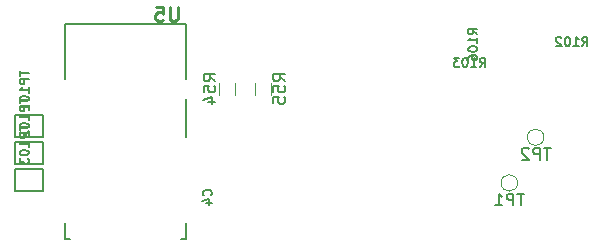
<source format=gbr>
%TF.GenerationSoftware,KiCad,Pcbnew,(5.1.8)-1*%
%TF.CreationDate,2021-03-07T17:47:24+01:00*%
%TF.ProjectId,splitboard,73706c69-7462-46f6-9172-642e6b696361,rev?*%
%TF.SameCoordinates,Original*%
%TF.FileFunction,Legend,Bot*%
%TF.FilePolarity,Positive*%
%FSLAX46Y46*%
G04 Gerber Fmt 4.6, Leading zero omitted, Abs format (unit mm)*
G04 Created by KiCad (PCBNEW (5.1.8)-1) date 2021-03-07 17:47:24*
%MOMM*%
%LPD*%
G01*
G04 APERTURE LIST*
%ADD10C,0.127000*%
%ADD11C,0.120000*%
%ADD12C,0.217170*%
%ADD13C,0.150000*%
%ADD14C,0.146304*%
%ADD15C,0.138988*%
G04 APERTURE END LIST*
D10*
%TO.C,U5*%
X40112000Y-78442000D02*
X40112000Y-77042000D01*
X40512000Y-78442000D02*
X40112000Y-78442000D01*
X50312000Y-78442000D02*
X49912000Y-78442000D01*
X50312000Y-77042000D02*
X50312000Y-78442000D01*
X50312000Y-66542000D02*
X50312000Y-69742000D01*
X40112000Y-60242000D02*
X40112000Y-64842000D01*
X50312000Y-60242000D02*
X40112000Y-60242000D01*
X50312000Y-64842000D02*
X50312000Y-60242000D01*
D11*
%TO.C,R55*%
X56165200Y-65184400D02*
X56165200Y-66184400D01*
X57525200Y-66184400D02*
X57525200Y-65184400D01*
%TO.C,R54*%
X54528000Y-66184400D02*
X54528000Y-65184400D01*
X53168000Y-65184400D02*
X53168000Y-66184400D01*
%TO.C,TP2*%
X80659200Y-69799200D02*
G75*
G03*
X80659200Y-69799200I-700000J0D01*
G01*
%TO.C,TP1*%
X78424000Y-73660000D02*
G75*
G03*
X78424000Y-73660000I-700000J0D01*
G01*
D10*
%TO.C,TP103*%
X35884000Y-74356000D02*
X38284000Y-74356000D01*
X35884000Y-72456000D02*
X35884000Y-74356000D01*
X38284000Y-72456000D02*
X35884000Y-72456000D01*
X38284000Y-74356000D02*
X38284000Y-72456000D01*
%TO.C,TP102*%
X35884000Y-72070000D02*
X38284000Y-72070000D01*
X35884000Y-70170000D02*
X35884000Y-72070000D01*
X38284000Y-70170000D02*
X35884000Y-70170000D01*
X38284000Y-72070000D02*
X38284000Y-70170000D01*
%TO.C,TP101*%
X35884000Y-69784000D02*
X38284000Y-69784000D01*
X35884000Y-67884000D02*
X35884000Y-69784000D01*
X38284000Y-67884000D02*
X35884000Y-67884000D01*
X38284000Y-69784000D02*
X38284000Y-67884000D01*
%TO.C,U5*%
D12*
X49649577Y-58750047D02*
X49649577Y-59726738D01*
X49592125Y-59841642D01*
X49534672Y-59899095D01*
X49419768Y-59956547D01*
X49189958Y-59956547D01*
X49075053Y-59899095D01*
X49017601Y-59841642D01*
X48960149Y-59726738D01*
X48960149Y-58750047D01*
X47811101Y-58750047D02*
X48385625Y-58750047D01*
X48443077Y-59324571D01*
X48385625Y-59267119D01*
X48270720Y-59209666D01*
X47983458Y-59209666D01*
X47868553Y-59267119D01*
X47811101Y-59324571D01*
X47753649Y-59439476D01*
X47753649Y-59726738D01*
X47811101Y-59841642D01*
X47868553Y-59899095D01*
X47983458Y-59956547D01*
X48270720Y-59956547D01*
X48385625Y-59899095D01*
X48443077Y-59841642D01*
%TO.C,R55*%
D13*
X58747580Y-65041542D02*
X58271390Y-64708209D01*
X58747580Y-64470114D02*
X57747580Y-64470114D01*
X57747580Y-64851066D01*
X57795200Y-64946304D01*
X57842819Y-64993923D01*
X57938057Y-65041542D01*
X58080914Y-65041542D01*
X58176152Y-64993923D01*
X58223771Y-64946304D01*
X58271390Y-64851066D01*
X58271390Y-64470114D01*
X57747580Y-65946304D02*
X57747580Y-65470114D01*
X58223771Y-65422495D01*
X58176152Y-65470114D01*
X58128533Y-65565352D01*
X58128533Y-65803447D01*
X58176152Y-65898685D01*
X58223771Y-65946304D01*
X58319009Y-65993923D01*
X58557104Y-65993923D01*
X58652342Y-65946304D01*
X58699961Y-65898685D01*
X58747580Y-65803447D01*
X58747580Y-65565352D01*
X58699961Y-65470114D01*
X58652342Y-65422495D01*
X57747580Y-66898685D02*
X57747580Y-66422495D01*
X58223771Y-66374876D01*
X58176152Y-66422495D01*
X58128533Y-66517733D01*
X58128533Y-66755828D01*
X58176152Y-66851066D01*
X58223771Y-66898685D01*
X58319009Y-66946304D01*
X58557104Y-66946304D01*
X58652342Y-66898685D01*
X58699961Y-66851066D01*
X58747580Y-66755828D01*
X58747580Y-66517733D01*
X58699961Y-66422495D01*
X58652342Y-66374876D01*
%TO.C,R54*%
X52850380Y-65041542D02*
X52374190Y-64708209D01*
X52850380Y-64470114D02*
X51850380Y-64470114D01*
X51850380Y-64851066D01*
X51898000Y-64946304D01*
X51945619Y-64993923D01*
X52040857Y-65041542D01*
X52183714Y-65041542D01*
X52278952Y-64993923D01*
X52326571Y-64946304D01*
X52374190Y-64851066D01*
X52374190Y-64470114D01*
X51850380Y-65946304D02*
X51850380Y-65470114D01*
X52326571Y-65422495D01*
X52278952Y-65470114D01*
X52231333Y-65565352D01*
X52231333Y-65803447D01*
X52278952Y-65898685D01*
X52326571Y-65946304D01*
X52421809Y-65993923D01*
X52659904Y-65993923D01*
X52755142Y-65946304D01*
X52802761Y-65898685D01*
X52850380Y-65803447D01*
X52850380Y-65565352D01*
X52802761Y-65470114D01*
X52755142Y-65422495D01*
X52183714Y-66851066D02*
X52850380Y-66851066D01*
X51802761Y-66612971D02*
X52517047Y-66374876D01*
X52517047Y-66993923D01*
%TO.C,TP2*%
X81221104Y-70699580D02*
X80649676Y-70699580D01*
X80935390Y-71699580D02*
X80935390Y-70699580D01*
X80316342Y-71699580D02*
X80316342Y-70699580D01*
X79935390Y-70699580D01*
X79840152Y-70747200D01*
X79792533Y-70794819D01*
X79744914Y-70890057D01*
X79744914Y-71032914D01*
X79792533Y-71128152D01*
X79840152Y-71175771D01*
X79935390Y-71223390D01*
X80316342Y-71223390D01*
X79363961Y-70794819D02*
X79316342Y-70747200D01*
X79221104Y-70699580D01*
X78983009Y-70699580D01*
X78887771Y-70747200D01*
X78840152Y-70794819D01*
X78792533Y-70890057D01*
X78792533Y-70985295D01*
X78840152Y-71128152D01*
X79411580Y-71699580D01*
X78792533Y-71699580D01*
%TO.C,TP1*%
X78985904Y-74560380D02*
X78414476Y-74560380D01*
X78700190Y-75560380D02*
X78700190Y-74560380D01*
X78081142Y-75560380D02*
X78081142Y-74560380D01*
X77700190Y-74560380D01*
X77604952Y-74608000D01*
X77557333Y-74655619D01*
X77509714Y-74750857D01*
X77509714Y-74893714D01*
X77557333Y-74988952D01*
X77604952Y-75036571D01*
X77700190Y-75084190D01*
X78081142Y-75084190D01*
X76557333Y-75560380D02*
X77128761Y-75560380D01*
X76843047Y-75560380D02*
X76843047Y-74560380D01*
X76938285Y-74703238D01*
X77033523Y-74798476D01*
X77128761Y-74846095D01*
%TO.C,TP103*%
D14*
X36275070Y-68717797D02*
X36275070Y-69159031D01*
X37047230Y-68938414D02*
X36275070Y-68938414D01*
X37047230Y-69416418D02*
X36275070Y-69416418D01*
X36275070Y-69710574D01*
X36311840Y-69784113D01*
X36348609Y-69820883D01*
X36422148Y-69857652D01*
X36532457Y-69857652D01*
X36605996Y-69820883D01*
X36642765Y-69784113D01*
X36679535Y-69710574D01*
X36679535Y-69416418D01*
X37047230Y-70593043D02*
X37047230Y-70151809D01*
X37047230Y-70372426D02*
X36275070Y-70372426D01*
X36385379Y-70298887D01*
X36458918Y-70225348D01*
X36495687Y-70151809D01*
X36275070Y-71071047D02*
X36275070Y-71144586D01*
X36311840Y-71218125D01*
X36348609Y-71254894D01*
X36422148Y-71291664D01*
X36569226Y-71328433D01*
X36753074Y-71328433D01*
X36900152Y-71291664D01*
X36973691Y-71254894D01*
X37010460Y-71218125D01*
X37047230Y-71144586D01*
X37047230Y-71071047D01*
X37010460Y-70997508D01*
X36973691Y-70960738D01*
X36900152Y-70923969D01*
X36753074Y-70887199D01*
X36569226Y-70887199D01*
X36422148Y-70923969D01*
X36348609Y-70960738D01*
X36311840Y-70997508D01*
X36275070Y-71071047D01*
X36275070Y-71585820D02*
X36275070Y-72063824D01*
X36569226Y-71806437D01*
X36569226Y-71916746D01*
X36605996Y-71990285D01*
X36642765Y-72027054D01*
X36716304Y-72063824D01*
X36900152Y-72063824D01*
X36973691Y-72027054D01*
X37010460Y-71990285D01*
X37047230Y-71916746D01*
X37047230Y-71696129D01*
X37010460Y-71622590D01*
X36973691Y-71585820D01*
%TO.C,TP102*%
X36275070Y-66431797D02*
X36275070Y-66873031D01*
X37047230Y-66652414D02*
X36275070Y-66652414D01*
X37047230Y-67130418D02*
X36275070Y-67130418D01*
X36275070Y-67424574D01*
X36311840Y-67498113D01*
X36348609Y-67534883D01*
X36422148Y-67571652D01*
X36532457Y-67571652D01*
X36605996Y-67534883D01*
X36642765Y-67498113D01*
X36679535Y-67424574D01*
X36679535Y-67130418D01*
X37047230Y-68307043D02*
X37047230Y-67865809D01*
X37047230Y-68086426D02*
X36275070Y-68086426D01*
X36385379Y-68012887D01*
X36458918Y-67939348D01*
X36495687Y-67865809D01*
X36275070Y-68785047D02*
X36275070Y-68858586D01*
X36311840Y-68932125D01*
X36348609Y-68968894D01*
X36422148Y-69005664D01*
X36569226Y-69042433D01*
X36753074Y-69042433D01*
X36900152Y-69005664D01*
X36973691Y-68968894D01*
X37010460Y-68932125D01*
X37047230Y-68858586D01*
X37047230Y-68785047D01*
X37010460Y-68711508D01*
X36973691Y-68674738D01*
X36900152Y-68637969D01*
X36753074Y-68601199D01*
X36569226Y-68601199D01*
X36422148Y-68637969D01*
X36348609Y-68674738D01*
X36311840Y-68711508D01*
X36275070Y-68785047D01*
X36348609Y-69336590D02*
X36311840Y-69373359D01*
X36275070Y-69446898D01*
X36275070Y-69630746D01*
X36311840Y-69704285D01*
X36348609Y-69741054D01*
X36422148Y-69777824D01*
X36495687Y-69777824D01*
X36605996Y-69741054D01*
X37047230Y-69299820D01*
X37047230Y-69777824D01*
%TO.C,TP101*%
X36275070Y-64145797D02*
X36275070Y-64587031D01*
X37047230Y-64366414D02*
X36275070Y-64366414D01*
X37047230Y-64844418D02*
X36275070Y-64844418D01*
X36275070Y-65138574D01*
X36311840Y-65212113D01*
X36348609Y-65248883D01*
X36422148Y-65285652D01*
X36532457Y-65285652D01*
X36605996Y-65248883D01*
X36642765Y-65212113D01*
X36679535Y-65138574D01*
X36679535Y-64844418D01*
X37047230Y-66021043D02*
X37047230Y-65579809D01*
X37047230Y-65800426D02*
X36275070Y-65800426D01*
X36385379Y-65726887D01*
X36458918Y-65653348D01*
X36495687Y-65579809D01*
X36275070Y-66499047D02*
X36275070Y-66572586D01*
X36311840Y-66646125D01*
X36348609Y-66682894D01*
X36422148Y-66719664D01*
X36569226Y-66756433D01*
X36753074Y-66756433D01*
X36900152Y-66719664D01*
X36973691Y-66682894D01*
X37010460Y-66646125D01*
X37047230Y-66572586D01*
X37047230Y-66499047D01*
X37010460Y-66425508D01*
X36973691Y-66388738D01*
X36900152Y-66351969D01*
X36753074Y-66315199D01*
X36569226Y-66315199D01*
X36422148Y-66351969D01*
X36348609Y-66388738D01*
X36311840Y-66425508D01*
X36275070Y-66499047D01*
X37047230Y-67491824D02*
X37047230Y-67050590D01*
X37047230Y-67271207D02*
X36275070Y-67271207D01*
X36385379Y-67197668D01*
X36458918Y-67124129D01*
X36495687Y-67050590D01*
%TO.C,R106*%
D15*
X75020230Y-61079424D02*
X74652535Y-60822037D01*
X75020230Y-60638189D02*
X74248070Y-60638189D01*
X74248070Y-60932346D01*
X74284840Y-61005885D01*
X74321609Y-61042654D01*
X74395148Y-61079424D01*
X74505457Y-61079424D01*
X74578996Y-61042654D01*
X74615765Y-61005885D01*
X74652535Y-60932346D01*
X74652535Y-60638189D01*
X75020230Y-61814814D02*
X75020230Y-61373580D01*
X75020230Y-61594197D02*
X74248070Y-61594197D01*
X74358379Y-61520658D01*
X74431918Y-61447119D01*
X74468687Y-61373580D01*
X74248070Y-62292818D02*
X74248070Y-62366357D01*
X74284840Y-62439896D01*
X74321609Y-62476666D01*
X74395148Y-62513435D01*
X74542226Y-62550205D01*
X74726074Y-62550205D01*
X74873152Y-62513435D01*
X74946691Y-62476666D01*
X74983460Y-62439896D01*
X75020230Y-62366357D01*
X75020230Y-62292818D01*
X74983460Y-62219279D01*
X74946691Y-62182509D01*
X74873152Y-62145740D01*
X74726074Y-62108970D01*
X74542226Y-62108970D01*
X74395148Y-62145740D01*
X74321609Y-62182509D01*
X74284840Y-62219279D01*
X74248070Y-62292818D01*
X74248070Y-63212056D02*
X74248070Y-63064978D01*
X74284840Y-62991439D01*
X74321609Y-62954669D01*
X74431918Y-62881130D01*
X74578996Y-62844361D01*
X74873152Y-62844361D01*
X74946691Y-62881130D01*
X74983460Y-62917900D01*
X75020230Y-62991439D01*
X75020230Y-63138517D01*
X74983460Y-63212056D01*
X74946691Y-63248826D01*
X74873152Y-63285595D01*
X74689304Y-63285595D01*
X74615765Y-63248826D01*
X74578996Y-63212056D01*
X74542226Y-63138517D01*
X74542226Y-62991439D01*
X74578996Y-62917900D01*
X74615765Y-62881130D01*
X74689304Y-62844361D01*
%TO.C,R103*%
X75230575Y-63844230D02*
X75487962Y-63476535D01*
X75671810Y-63844230D02*
X75671810Y-63072070D01*
X75377653Y-63072070D01*
X75304114Y-63108840D01*
X75267345Y-63145609D01*
X75230575Y-63219148D01*
X75230575Y-63329457D01*
X75267345Y-63402996D01*
X75304114Y-63439765D01*
X75377653Y-63476535D01*
X75671810Y-63476535D01*
X74495185Y-63844230D02*
X74936419Y-63844230D01*
X74715802Y-63844230D02*
X74715802Y-63072070D01*
X74789341Y-63182379D01*
X74862880Y-63255918D01*
X74936419Y-63292687D01*
X74017181Y-63072070D02*
X73943642Y-63072070D01*
X73870103Y-63108840D01*
X73833333Y-63145609D01*
X73796564Y-63219148D01*
X73759794Y-63366226D01*
X73759794Y-63550074D01*
X73796564Y-63697152D01*
X73833333Y-63770691D01*
X73870103Y-63807460D01*
X73943642Y-63844230D01*
X74017181Y-63844230D01*
X74090720Y-63807460D01*
X74127490Y-63770691D01*
X74164259Y-63697152D01*
X74201029Y-63550074D01*
X74201029Y-63366226D01*
X74164259Y-63219148D01*
X74127490Y-63145609D01*
X74090720Y-63108840D01*
X74017181Y-63072070D01*
X73502408Y-63072070D02*
X73024404Y-63072070D01*
X73281791Y-63366226D01*
X73171482Y-63366226D01*
X73097943Y-63402996D01*
X73061173Y-63439765D01*
X73024404Y-63513304D01*
X73024404Y-63697152D01*
X73061173Y-63770691D01*
X73097943Y-63807460D01*
X73171482Y-63844230D01*
X73392099Y-63844230D01*
X73465638Y-63807460D01*
X73502408Y-63770691D01*
%TO.C,R102*%
X83889591Y-62066230D02*
X84146978Y-61698535D01*
X84330826Y-62066230D02*
X84330826Y-61294070D01*
X84036669Y-61294070D01*
X83963130Y-61330840D01*
X83926361Y-61367609D01*
X83889591Y-61441148D01*
X83889591Y-61551457D01*
X83926361Y-61624996D01*
X83963130Y-61661765D01*
X84036669Y-61698535D01*
X84330826Y-61698535D01*
X83154201Y-62066230D02*
X83595435Y-62066230D01*
X83374818Y-62066230D02*
X83374818Y-61294070D01*
X83448357Y-61404379D01*
X83521896Y-61477918D01*
X83595435Y-61514687D01*
X82676197Y-61294070D02*
X82602658Y-61294070D01*
X82529119Y-61330840D01*
X82492349Y-61367609D01*
X82455580Y-61441148D01*
X82418810Y-61588226D01*
X82418810Y-61772074D01*
X82455580Y-61919152D01*
X82492349Y-61992691D01*
X82529119Y-62029460D01*
X82602658Y-62066230D01*
X82676197Y-62066230D01*
X82749736Y-62029460D01*
X82786506Y-61992691D01*
X82823275Y-61919152D01*
X82860045Y-61772074D01*
X82860045Y-61588226D01*
X82823275Y-61441148D01*
X82786506Y-61367609D01*
X82749736Y-61330840D01*
X82676197Y-61294070D01*
X82124654Y-61367609D02*
X82087885Y-61330840D01*
X82014346Y-61294070D01*
X81830498Y-61294070D01*
X81756959Y-61330840D01*
X81720189Y-61367609D01*
X81683420Y-61441148D01*
X81683420Y-61514687D01*
X81720189Y-61624996D01*
X82161424Y-62066230D01*
X81683420Y-62066230D01*
%TO.C,C4*%
X52467691Y-74719189D02*
X52504460Y-74682419D01*
X52541230Y-74572111D01*
X52541230Y-74498572D01*
X52504460Y-74388263D01*
X52430921Y-74314724D01*
X52357382Y-74277954D01*
X52210304Y-74241185D01*
X52099996Y-74241185D01*
X51952918Y-74277954D01*
X51879379Y-74314724D01*
X51805840Y-74388263D01*
X51769070Y-74498572D01*
X51769070Y-74572111D01*
X51805840Y-74682419D01*
X51842609Y-74719189D01*
X52026457Y-75381040D02*
X52541230Y-75381040D01*
X51732300Y-75197193D02*
X52283843Y-75013345D01*
X52283843Y-75491349D01*
%TD*%
M02*

</source>
